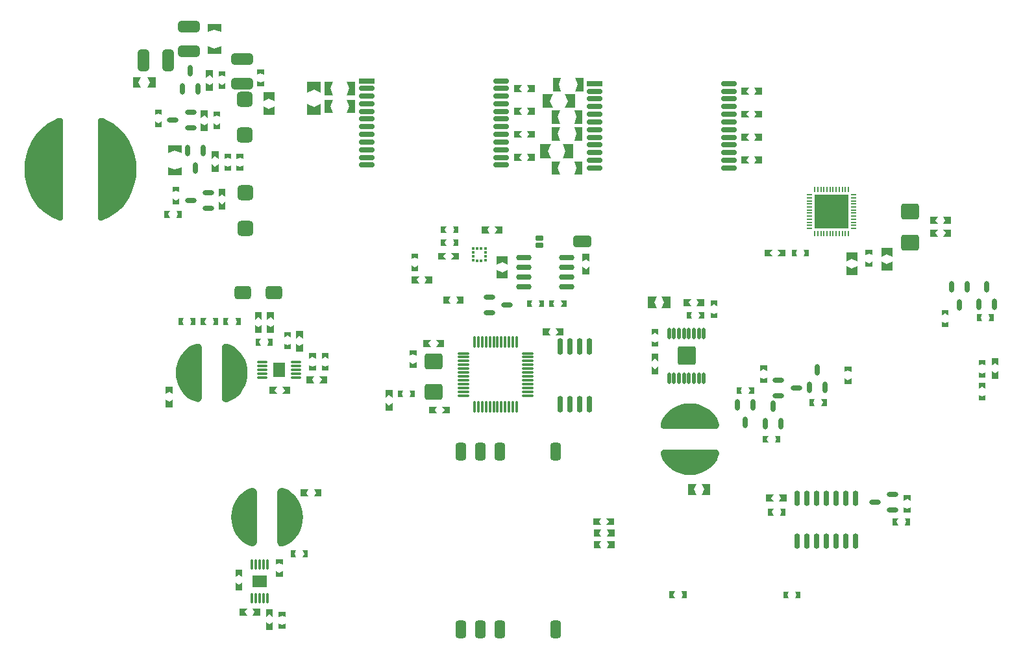
<source format=gtp>
G04*
G04 #@! TF.GenerationSoftware,Altium Limited,Altium Designer,19.1.8 (144)*
G04*
G04 Layer_Color=8421504*
%FSLAX24Y24*%
%MOIN*%
G70*
G01*
G75*
G04:AMPARAMS|DCode=20|XSize=96.5mil|YSize=90.6mil|CornerRadius=9.1mil|HoleSize=0mil|Usage=FLASHONLY|Rotation=90.000|XOffset=0mil|YOffset=0mil|HoleType=Round|Shape=RoundedRectangle|*
%AMROUNDEDRECTD20*
21,1,0.0965,0.0724,0,0,90.0*
21,1,0.0783,0.0906,0,0,90.0*
1,1,0.0181,0.0362,0.0392*
1,1,0.0181,0.0362,-0.0392*
1,1,0.0181,-0.0362,-0.0392*
1,1,0.0181,-0.0362,0.0392*
%
%ADD20ROUNDEDRECTD20*%
%ADD21O,0.0591X0.0281*%
G04:AMPARAMS|DCode=22|XSize=110.2mil|YSize=59.1mil|CornerRadius=14.8mil|HoleSize=0mil|Usage=FLASHONLY|Rotation=0.000|XOffset=0mil|YOffset=0mil|HoleType=Round|Shape=RoundedRectangle|*
%AMROUNDEDRECTD22*
21,1,0.1102,0.0295,0,0,0.0*
21,1,0.0807,0.0591,0,0,0.0*
1,1,0.0295,0.0404,-0.0148*
1,1,0.0295,-0.0404,-0.0148*
1,1,0.0295,-0.0404,0.0148*
1,1,0.0295,0.0404,0.0148*
%
%ADD22ROUNDEDRECTD22*%
%ADD23O,0.0281X0.0591*%
G04:AMPARAMS|DCode=24|XSize=110.2mil|YSize=59.1mil|CornerRadius=14.8mil|HoleSize=0mil|Usage=FLASHONLY|Rotation=270.000|XOffset=0mil|YOffset=0mil|HoleType=Round|Shape=RoundedRectangle|*
%AMROUNDEDRECTD24*
21,1,0.1102,0.0295,0,0,270.0*
21,1,0.0807,0.0591,0,0,270.0*
1,1,0.0295,-0.0148,-0.0404*
1,1,0.0295,-0.0148,0.0404*
1,1,0.0295,0.0148,0.0404*
1,1,0.0295,0.0148,-0.0404*
%
%ADD24ROUNDEDRECTD24*%
%ADD25R,0.0610X0.0728*%
%ADD26O,0.0571X0.0118*%
%ADD27R,0.0728X0.0610*%
%ADD28O,0.0118X0.0571*%
%ADD29R,0.0787X0.0252*%
G04:AMPARAMS|DCode=30|XSize=78.7mil|YSize=25.2mil|CornerRadius=6.3mil|HoleSize=0mil|Usage=FLASHONLY|Rotation=0.000|XOffset=0mil|YOffset=0mil|HoleType=Round|Shape=RoundedRectangle|*
%AMROUNDEDRECTD30*
21,1,0.0787,0.0126,0,0,0.0*
21,1,0.0661,0.0252,0,0,0.0*
1,1,0.0126,0.0331,-0.0063*
1,1,0.0126,-0.0331,-0.0063*
1,1,0.0126,-0.0331,0.0063*
1,1,0.0126,0.0331,0.0063*
%
%ADD30ROUNDEDRECTD30*%
%ADD31O,0.0295X0.0800*%
G04:AMPARAMS|DCode=32|XSize=90.6mil|YSize=55.1mil|CornerRadius=13.8mil|HoleSize=0mil|Usage=FLASHONLY|Rotation=90.000|XOffset=0mil|YOffset=0mil|HoleType=Round|Shape=RoundedRectangle|*
%AMROUNDEDRECTD32*
21,1,0.0906,0.0276,0,0,90.0*
21,1,0.0630,0.0551,0,0,90.0*
1,1,0.0276,0.0138,0.0315*
1,1,0.0276,0.0138,-0.0315*
1,1,0.0276,-0.0138,-0.0315*
1,1,0.0276,-0.0138,0.0315*
%
%ADD32ROUNDEDRECTD32*%
G04:AMPARAMS|DCode=33|XSize=82.7mil|YSize=78.7mil|CornerRadius=19.7mil|HoleSize=0mil|Usage=FLASHONLY|Rotation=180.000|XOffset=0mil|YOffset=0mil|HoleType=Round|Shape=RoundedRectangle|*
%AMROUNDEDRECTD33*
21,1,0.0827,0.0394,0,0,180.0*
21,1,0.0433,0.0787,0,0,180.0*
1,1,0.0394,-0.0217,0.0197*
1,1,0.0394,0.0217,0.0197*
1,1,0.0394,0.0217,-0.0197*
1,1,0.0394,-0.0217,-0.0197*
%
%ADD33ROUNDEDRECTD33*%
%ADD34R,0.0118X0.0157*%
%ADD35R,0.0157X0.0118*%
%ADD36O,0.0177X0.0591*%
%ADD37R,0.1732X0.1732*%
%ADD38R,0.0079X0.0276*%
%ADD39R,0.0276X0.0079*%
%ADD40O,0.0630X0.0118*%
%ADD41O,0.0118X0.0630*%
G04:AMPARAMS|DCode=42|XSize=94.5mil|YSize=59.1mil|CornerRadius=14.8mil|HoleSize=0mil|Usage=FLASHONLY|Rotation=0.000|XOffset=0mil|YOffset=0mil|HoleType=Round|Shape=RoundedRectangle|*
%AMROUNDEDRECTD42*
21,1,0.0945,0.0295,0,0,0.0*
21,1,0.0650,0.0591,0,0,0.0*
1,1,0.0295,0.0325,-0.0148*
1,1,0.0295,-0.0325,-0.0148*
1,1,0.0295,-0.0325,0.0148*
1,1,0.0295,0.0325,0.0148*
%
%ADD42ROUNDEDRECTD42*%
G04:AMPARAMS|DCode=43|XSize=43.3mil|YSize=23.6mil|CornerRadius=5.9mil|HoleSize=0mil|Usage=FLASHONLY|Rotation=0.000|XOffset=0mil|YOffset=0mil|HoleType=Round|Shape=RoundedRectangle|*
%AMROUNDEDRECTD43*
21,1,0.0433,0.0118,0,0,0.0*
21,1,0.0315,0.0236,0,0,0.0*
1,1,0.0118,0.0157,-0.0059*
1,1,0.0118,-0.0157,-0.0059*
1,1,0.0118,-0.0157,0.0059*
1,1,0.0118,0.0157,0.0059*
%
%ADD43ROUNDEDRECTD43*%
%ADD44O,0.0800X0.0295*%
%ADD45O,0.0295X0.0850*%
G04:AMPARAMS|DCode=46|XSize=90.6mil|YSize=82.7mil|CornerRadius=12.4mil|HoleSize=0mil|Usage=FLASHONLY|Rotation=0.000|XOffset=0mil|YOffset=0mil|HoleType=Round|Shape=RoundedRectangle|*
%AMROUNDEDRECTD46*
21,1,0.0906,0.0579,0,0,0.0*
21,1,0.0657,0.0827,0,0,0.0*
1,1,0.0248,0.0329,-0.0289*
1,1,0.0248,-0.0329,-0.0289*
1,1,0.0248,-0.0329,0.0289*
1,1,0.0248,0.0329,0.0289*
%
%ADD46ROUNDEDRECTD46*%
G04:AMPARAMS|DCode=47|XSize=86.6mil|YSize=68.9mil|CornerRadius=17.2mil|HoleSize=0mil|Usage=FLASHONLY|Rotation=0.000|XOffset=0mil|YOffset=0mil|HoleType=Round|Shape=RoundedRectangle|*
%AMROUNDEDRECTD47*
21,1,0.0866,0.0344,0,0,0.0*
21,1,0.0522,0.0689,0,0,0.0*
1,1,0.0344,0.0261,-0.0172*
1,1,0.0344,-0.0261,-0.0172*
1,1,0.0344,-0.0261,0.0172*
1,1,0.0344,0.0261,0.0172*
%
%ADD47ROUNDEDRECTD47*%
G36*
X15108Y36447D02*
X14764Y36565D01*
X14419Y36447D01*
Y36860D01*
X15108D01*
Y36447D01*
D02*
G37*
G36*
Y35305D02*
X14419D01*
Y35719D01*
X14764Y35600D01*
X15108Y35719D01*
Y35305D01*
D02*
G37*
G36*
X17313Y34252D02*
X17136Y34330D01*
X16959Y34252D01*
Y34527D01*
X17313D01*
Y34252D01*
D02*
G37*
G36*
X15325Y34143D02*
X15148Y34222D01*
X14970Y34143D01*
Y34419D01*
X15325D01*
Y34143D01*
D02*
G37*
G36*
X14685Y34094D02*
X14508Y34213D01*
X14331Y34094D01*
Y34488D01*
X14685D01*
Y34094D01*
D02*
G37*
G36*
X17313Y33642D02*
X16959D01*
Y33917D01*
X17136Y33839D01*
X17313Y33917D01*
Y33642D01*
D02*
G37*
G36*
X15325Y33533D02*
X14970D01*
Y33809D01*
X15148Y33730D01*
X15325Y33809D01*
Y33533D01*
D02*
G37*
G36*
X14685Y33425D02*
X14331D01*
Y33819D01*
X14508Y33701D01*
X14685Y33819D01*
Y33425D01*
D02*
G37*
G36*
X11742Y33573D02*
X11329D01*
X11457Y33848D01*
X11329Y34124D01*
X11742D01*
Y33573D01*
D02*
G37*
G36*
X10866Y33848D02*
X10994Y33573D01*
X10581D01*
Y34124D01*
X10994D01*
X10866Y33848D01*
D02*
G37*
G36*
X20226Y33327D02*
X19872Y33484D01*
X19518Y33327D01*
Y33878D01*
X20226D01*
Y33327D01*
D02*
G37*
G36*
X21978Y33199D02*
X21565D01*
X21683Y33543D01*
X21565Y33888D01*
X21978D01*
Y33199D01*
D02*
G37*
G36*
X20719Y33543D02*
X20837Y33199D01*
X20423D01*
Y33888D01*
X20837D01*
X20719Y33543D01*
D02*
G37*
G36*
X17844Y32884D02*
X17559Y33012D01*
X17274Y32884D01*
Y33337D01*
X17844D01*
Y32884D01*
D02*
G37*
G36*
X20226Y32185D02*
X19518D01*
Y32736D01*
X19872Y32579D01*
X20226Y32736D01*
Y32185D01*
D02*
G37*
G36*
X17844Y32175D02*
X17274D01*
Y32628D01*
X17559Y32500D01*
X17844Y32628D01*
Y32175D01*
D02*
G37*
G36*
X21978Y32274D02*
X21565D01*
X21683Y32618D01*
X21565Y32963D01*
X21978D01*
Y32274D01*
D02*
G37*
G36*
X20719Y32618D02*
X20837Y32274D01*
X20423D01*
Y32963D01*
X20837D01*
X20719Y32618D01*
D02*
G37*
G36*
X12067Y32175D02*
X11890Y32254D01*
X11713Y32175D01*
Y32451D01*
X12067D01*
Y32175D01*
D02*
G37*
G36*
X15069Y32077D02*
X14892Y32156D01*
X14715Y32077D01*
Y32352D01*
X15069D01*
Y32077D01*
D02*
G37*
G36*
X14419Y32028D02*
X14242Y32146D01*
X14065Y32028D01*
Y32421D01*
X14419D01*
Y32028D01*
D02*
G37*
G36*
X12067Y31565D02*
X11713D01*
Y31841D01*
X11890Y31762D01*
X12067Y31841D01*
Y31565D01*
D02*
G37*
G36*
X15069Y31467D02*
X14715D01*
Y31742D01*
X14892Y31664D01*
X15069Y31742D01*
Y31467D01*
D02*
G37*
G36*
X14419Y31358D02*
X14065D01*
Y31752D01*
X14242Y31634D01*
X14419Y31752D01*
Y31358D01*
D02*
G37*
G36*
X13071Y30217D02*
X12726Y30335D01*
X12382Y30217D01*
Y30630D01*
X13071D01*
Y30217D01*
D02*
G37*
G36*
X14970Y29921D02*
X14793Y30039D01*
X14616Y29921D01*
Y30315D01*
X14970D01*
Y29921D01*
D02*
G37*
G36*
X15630Y29921D02*
X15453Y30000D01*
X15276Y29921D01*
Y30197D01*
X15630D01*
Y29921D01*
D02*
G37*
G36*
X16250Y29921D02*
X16073Y30000D01*
X15896Y29921D01*
Y30197D01*
X16250D01*
Y29921D01*
D02*
G37*
G36*
X14970Y29252D02*
X14616D01*
Y29646D01*
X14793Y29528D01*
X14970Y29646D01*
Y29252D01*
D02*
G37*
G36*
X15630Y29311D02*
X15276D01*
Y29587D01*
X15453Y29508D01*
X15630Y29587D01*
Y29311D01*
D02*
G37*
G36*
X16250Y29311D02*
X15896D01*
Y29587D01*
X16073Y29508D01*
X16250Y29587D01*
Y29311D01*
D02*
G37*
G36*
X13071Y29075D02*
X12382D01*
Y29488D01*
X12726Y29370D01*
X13071Y29488D01*
Y29075D01*
D02*
G37*
G36*
X12963Y28208D02*
X12785Y28287D01*
X12608Y28208D01*
Y28484D01*
X12963D01*
Y28208D01*
D02*
G37*
G36*
X15325Y27982D02*
X15148Y28100D01*
X14970Y27982D01*
Y28376D01*
X15325D01*
Y27982D01*
D02*
G37*
G36*
X12963Y27598D02*
X12608D01*
Y27874D01*
X12785Y27795D01*
X12963Y27874D01*
Y27598D01*
D02*
G37*
G36*
X15325Y27313D02*
X14970D01*
Y27707D01*
X15148Y27589D01*
X15325Y27707D01*
Y27313D01*
D02*
G37*
G36*
X13080Y26900D02*
X12805D01*
X12884Y27077D01*
X12805Y27254D01*
X13080D01*
Y26900D01*
D02*
G37*
G36*
X12392Y27077D02*
X12470Y26900D01*
X12195D01*
Y27254D01*
X12470D01*
X12392Y27077D01*
D02*
G37*
G36*
X9040Y32011D02*
X9344Y31858D01*
X9558Y31737D01*
X9759Y31595D01*
X9944Y31433D01*
X10112Y31253D01*
X10260Y31057D01*
X10388Y30847D01*
X10494Y30625D01*
X10553Y30484D01*
X10631Y30272D01*
X10689Y30054D01*
X10698Y30014D01*
X10742Y29766D01*
X10764Y29516D01*
Y29264D01*
X10742Y29014D01*
X10698Y28766D01*
X10687Y28717D01*
X10631Y28508D01*
X10557Y28304D01*
X10495Y28156D01*
X10389Y27933D01*
X10260Y27723D01*
X10112Y27527D01*
X9943Y27346D01*
X9758Y27184D01*
X9557Y27042D01*
X9343Y26920D01*
X9040Y26769D01*
X8967Y26749D01*
X8892Y26760D01*
X8828Y26800D01*
X8785Y26862D01*
X8770Y26936D01*
Y31844D01*
X8785Y31918D01*
X8828Y31980D01*
X8892Y32019D01*
X8967Y32030D01*
X9040Y32011D01*
D02*
G37*
G36*
X6875Y32019D02*
X6940Y31980D01*
X6983Y31918D01*
X6998Y31844D01*
Y26936D01*
X6983Y26862D01*
X6940Y26800D01*
X6875Y26760D01*
X6801Y26749D01*
X6728Y26769D01*
X6424Y26921D01*
X6210Y27042D01*
X6009Y27184D01*
X5824Y27346D01*
X5656Y27526D01*
X5508Y27722D01*
X5380Y27932D01*
X5274Y28154D01*
X5215Y28296D01*
X5137Y28508D01*
X5079Y28726D01*
X5070Y28766D01*
X5026Y29014D01*
X5004Y29264D01*
Y29515D01*
X5026Y29766D01*
X5070Y30014D01*
X5081Y30062D01*
X5137Y30272D01*
X5211Y30475D01*
X5273Y30624D01*
X5379Y30846D01*
X5507Y31057D01*
X5656Y31253D01*
X5824Y31433D01*
X6010Y31595D01*
X6211Y31738D01*
X6425Y31859D01*
X6728Y32011D01*
X6801Y32030D01*
X6875Y32019D01*
D02*
G37*
G36*
X27283Y26102D02*
X27008D01*
X27087Y26280D01*
X27008Y26457D01*
X27283D01*
Y26102D01*
D02*
G37*
G36*
X26595Y26280D02*
X26673Y26102D01*
X26398D01*
Y26457D01*
X26673D01*
X26595Y26280D01*
D02*
G37*
G36*
X28770Y26270D02*
X28888Y26093D01*
X28494D01*
Y26447D01*
X28888D01*
X28770Y26270D01*
D02*
G37*
G36*
X27283Y25443D02*
X27008D01*
X27087Y25620D01*
X27008Y25797D01*
X27283D01*
Y25443D01*
D02*
G37*
G36*
X26595Y25620D02*
X26673Y25443D01*
X26398D01*
Y25797D01*
X26673D01*
X26595Y25620D01*
D02*
G37*
G36*
X25236Y24773D02*
X25059Y24852D01*
X24882Y24773D01*
Y25049D01*
X25236D01*
Y24773D01*
D02*
G37*
G36*
X27323Y24734D02*
X26929D01*
X27047Y24911D01*
X26929Y25089D01*
X27323D01*
Y24734D01*
D02*
G37*
G36*
X26535Y24911D02*
X26654Y24734D01*
X26260D01*
Y25089D01*
X26654D01*
X26535Y24911D01*
D02*
G37*
G36*
X25236Y24163D02*
X24882D01*
Y24439D01*
X25059Y24360D01*
X25236Y24439D01*
Y24163D01*
D02*
G37*
G36*
X25945Y23524D02*
X25551D01*
X25669Y23701D01*
X25551Y23878D01*
X25945D01*
Y23524D01*
D02*
G37*
G36*
X25157Y23701D02*
X25276Y23524D01*
X24882D01*
Y23878D01*
X25276D01*
X25157Y23701D01*
D02*
G37*
G36*
X27569Y22490D02*
X27175D01*
X27293Y22667D01*
X27175Y22844D01*
X27569D01*
Y22490D01*
D02*
G37*
G36*
X26781Y22667D02*
X26900Y22490D01*
X26506D01*
Y22844D01*
X26900D01*
X26781Y22667D01*
D02*
G37*
G36*
X17815Y21663D02*
X17638Y21781D01*
X17461Y21663D01*
Y22057D01*
X17815D01*
Y21663D01*
D02*
G37*
G36*
X17195D02*
X17018Y21781D01*
X16841Y21663D01*
Y22057D01*
X17195D01*
Y21663D01*
D02*
G37*
G36*
X16112Y21388D02*
X15837D01*
X15915Y21565D01*
X15837Y21742D01*
X16112D01*
Y21388D01*
D02*
G37*
G36*
X15423Y21565D02*
X15502Y21388D01*
X15227D01*
Y21742D01*
X15502D01*
X15423Y21565D01*
D02*
G37*
G36*
X14951Y21388D02*
X14675D01*
X14754Y21565D01*
X14675Y21742D01*
X14951D01*
Y21388D01*
D02*
G37*
G36*
X14262Y21565D02*
X14341Y21388D01*
X14065D01*
Y21742D01*
X14341D01*
X14262Y21565D01*
D02*
G37*
G36*
X13799Y21388D02*
X13524D01*
X13602Y21565D01*
X13524Y21742D01*
X13799D01*
Y21388D01*
D02*
G37*
G36*
X13110Y21565D02*
X13189Y21388D01*
X12914D01*
Y21742D01*
X13189D01*
X13110Y21565D01*
D02*
G37*
G36*
X17815Y20994D02*
X17461D01*
Y21388D01*
X17638Y21270D01*
X17815Y21388D01*
Y20994D01*
D02*
G37*
G36*
X17195D02*
X16841D01*
Y21388D01*
X17018Y21270D01*
X17195Y21388D01*
Y20994D01*
D02*
G37*
G36*
X18701Y20758D02*
X18524Y20837D01*
X18346Y20758D01*
Y21033D01*
X18701D01*
Y20758D01*
D02*
G37*
G36*
X19311Y20699D02*
X19134Y20817D01*
X18957Y20699D01*
Y21093D01*
X19311D01*
Y20699D01*
D02*
G37*
G36*
X18701Y20148D02*
X18346D01*
Y20423D01*
X18524Y20345D01*
X18701Y20423D01*
Y20148D01*
D02*
G37*
G36*
X17756Y20325D02*
X17480D01*
X17559Y20502D01*
X17480Y20679D01*
X17756D01*
Y20325D01*
D02*
G37*
G36*
X17067Y20502D02*
X17146Y20325D01*
X16870D01*
Y20679D01*
X17146D01*
X17067Y20502D01*
D02*
G37*
G36*
X19311Y20030D02*
X18957D01*
Y20423D01*
X19134Y20305D01*
X19311Y20423D01*
Y20030D01*
D02*
G37*
G36*
X26555Y20266D02*
X26161D01*
X26280Y20443D01*
X26161Y20620D01*
X26555D01*
Y20266D01*
D02*
G37*
G36*
X25768Y20443D02*
X25886Y20266D01*
X25492D01*
Y20620D01*
X25886D01*
X25768Y20443D01*
D02*
G37*
G36*
X25138Y19803D02*
X24961Y19882D01*
X24783Y19803D01*
Y20078D01*
X25138D01*
Y19803D01*
D02*
G37*
G36*
X19970Y19665D02*
X19793Y19744D01*
X19616Y19665D01*
Y19941D01*
X19970D01*
Y19665D01*
D02*
G37*
G36*
X20630Y19665D02*
X20453Y19744D01*
X20276Y19665D01*
Y19941D01*
X20630D01*
Y19665D01*
D02*
G37*
G36*
X25138Y19193D02*
X24783D01*
Y19468D01*
X24961Y19390D01*
X25138Y19468D01*
Y19193D01*
D02*
G37*
G36*
X19970Y19055D02*
X19616D01*
Y19331D01*
X19793Y19252D01*
X19970Y19331D01*
Y19055D01*
D02*
G37*
G36*
X20630Y19055D02*
X20276D01*
Y19331D01*
X20453Y19252D01*
X20630Y19331D01*
Y19055D01*
D02*
G37*
G36*
X20561Y18396D02*
X20167D01*
X20285Y18573D01*
X20167Y18750D01*
X20561D01*
Y18396D01*
D02*
G37*
G36*
X19774Y18573D02*
X19892Y18396D01*
X19498D01*
Y18750D01*
X19892D01*
X19774Y18573D01*
D02*
G37*
G36*
X18652Y17854D02*
X18258D01*
X18376Y18031D01*
X18258Y18209D01*
X18652D01*
Y17854D01*
D02*
G37*
G36*
X17864Y18031D02*
X17982Y17854D01*
X17589D01*
Y18209D01*
X17982D01*
X17864Y18031D01*
D02*
G37*
G36*
X12618Y17835D02*
X12441Y17953D01*
X12264Y17835D01*
Y18228D01*
X12618D01*
Y17835D01*
D02*
G37*
G36*
X25059Y17677D02*
X24783D01*
X24862Y17854D01*
X24783Y18032D01*
X25059D01*
Y17677D01*
D02*
G37*
G36*
X24370Y17854D02*
X24449Y17677D01*
X24173D01*
Y18032D01*
X24449D01*
X24370Y17854D01*
D02*
G37*
G36*
X23907Y17657D02*
X23730Y17776D01*
X23553Y17657D01*
Y18051D01*
X23907D01*
Y17657D01*
D02*
G37*
G36*
X12618Y17165D02*
X12264D01*
Y17559D01*
X12441Y17441D01*
X12618Y17559D01*
Y17165D01*
D02*
G37*
G36*
X13992Y20412D02*
X14051Y20368D01*
X14090Y20306D01*
X14104Y20234D01*
Y17628D01*
X14089Y17554D01*
X14049Y17490D01*
X13988Y17445D01*
X13915Y17426D01*
X13840Y17435D01*
X13710Y17475D01*
X13560Y17536D01*
X13420Y17619D01*
X13295Y17723D01*
X13290Y17727D01*
X13141Y17893D01*
X13016Y18077D01*
X12915Y18276D01*
X12843Y18486D01*
X12798Y18705D01*
X12784Y18927D01*
X12798Y19149D01*
X12843Y19368D01*
X12915Y19578D01*
X13016Y19777D01*
X13141Y19961D01*
X13290Y20127D01*
X13293Y20129D01*
X13419Y20234D01*
X13561Y20319D01*
X13714Y20380D01*
X13848Y20422D01*
X13921Y20431D01*
X13992Y20412D01*
D02*
G37*
G36*
X15412Y20420D02*
X15541Y20379D01*
X15692Y20319D01*
X15832Y20235D01*
X15957Y20131D01*
X15962Y20127D01*
X16111Y19961D01*
X16236Y19777D01*
X16337Y19578D01*
X16409Y19368D01*
X16454Y19149D01*
X16468Y18927D01*
X16454Y18705D01*
X16409Y18486D01*
X16337Y18276D01*
X16236Y18077D01*
X16111Y17893D01*
X15962Y17727D01*
X15959Y17725D01*
X15833Y17620D01*
X15691Y17536D01*
X15538Y17474D01*
X15404Y17432D01*
X15331Y17424D01*
X15260Y17443D01*
X15201Y17486D01*
X15162Y17548D01*
X15148Y17620D01*
Y20226D01*
X15163Y20300D01*
X15203Y20364D01*
X15264Y20409D01*
X15337Y20428D01*
X15412Y20420D01*
D02*
G37*
G36*
X23907Y16988D02*
X23553D01*
Y17382D01*
X23730Y17264D01*
X23907Y17382D01*
Y16988D01*
D02*
G37*
G36*
X26860Y16841D02*
X26467D01*
X26585Y17018D01*
X26467Y17195D01*
X26860D01*
Y16841D01*
D02*
G37*
G36*
X26073Y17018D02*
X26191Y16841D01*
X25797D01*
Y17195D01*
X26191D01*
X26073Y17018D01*
D02*
G37*
G36*
X20266Y12589D02*
X19872D01*
X19990Y12766D01*
X19872Y12943D01*
X20266D01*
Y12589D01*
D02*
G37*
G36*
X19478Y12766D02*
X19596Y12589D01*
X19203D01*
Y12943D01*
X19596D01*
X19478Y12766D01*
D02*
G37*
G36*
X16836Y13000D02*
X16895Y12957D01*
X16934Y12895D01*
X16948Y12823D01*
Y10217D01*
X16934Y10143D01*
X16894Y10079D01*
X16833Y10034D01*
X16760Y10015D01*
X16685Y10023D01*
X16555Y10064D01*
X16404Y10124D01*
X16264Y10208D01*
X16139Y10311D01*
X16135Y10316D01*
X15986Y10482D01*
X15860Y10666D01*
X15760Y10865D01*
X15687Y11075D01*
X15643Y11293D01*
X15628Y11516D01*
X15643Y11738D01*
X15687Y11956D01*
X15760Y12167D01*
X15860Y12366D01*
X15986Y12550D01*
X16135Y12716D01*
X16137Y12718D01*
X16264Y12823D01*
X16405Y12907D01*
X16558Y12969D01*
X16692Y13011D01*
X16765Y13019D01*
X16836Y13000D01*
D02*
G37*
G36*
X18256Y13008D02*
X18386Y12968D01*
X18537Y12907D01*
X18676Y12824D01*
X18801Y12720D01*
X18806Y12716D01*
X18955Y12550D01*
X19081Y12366D01*
X19181Y12167D01*
X19254Y11956D01*
X19298Y11738D01*
X19313Y11516D01*
X19298Y11293D01*
X19254Y11075D01*
X19181Y10865D01*
X19081Y10666D01*
X18955Y10482D01*
X18806Y10316D01*
X18804Y10314D01*
X18677Y10208D01*
X18536Y10124D01*
X18383Y10063D01*
X18249Y10021D01*
X18176Y10012D01*
X18105Y10031D01*
X18046Y10075D01*
X18007Y10137D01*
X17993Y10209D01*
Y12815D01*
X18007Y12889D01*
X18047Y12953D01*
X18108Y12998D01*
X18181Y13017D01*
X18256Y13008D01*
D02*
G37*
G36*
X19567Y9449D02*
X19291D01*
X19370Y9626D01*
X19291Y9803D01*
X19567D01*
Y9449D01*
D02*
G37*
G36*
X18878Y9626D02*
X18957Y9449D01*
X18681D01*
Y9803D01*
X18957D01*
X18878Y9626D01*
D02*
G37*
G36*
X18278Y9075D02*
X18100Y9153D01*
X17923Y9075D01*
Y9350D01*
X18278D01*
Y9075D01*
D02*
G37*
G36*
Y8465D02*
X17923D01*
Y8740D01*
X18100Y8661D01*
X18278Y8740D01*
Y8465D01*
D02*
G37*
G36*
X16201Y8435D02*
X16024Y8553D01*
X15846Y8435D01*
Y8829D01*
X16201D01*
Y8435D01*
D02*
G37*
G36*
Y7766D02*
X15846D01*
Y8159D01*
X16024Y8041D01*
X16201Y8159D01*
Y7766D01*
D02*
G37*
G36*
X17106Y6457D02*
X16713D01*
X16831Y6634D01*
X16713Y6811D01*
X17106D01*
Y6457D01*
D02*
G37*
G36*
X16319Y6634D02*
X16437Y6457D01*
X16043D01*
Y6811D01*
X16437D01*
X16319Y6634D01*
D02*
G37*
G36*
X17766Y6398D02*
X17589Y6516D01*
X17411Y6398D01*
Y6791D01*
X17766D01*
Y6398D01*
D02*
G37*
G36*
X18415Y6388D02*
X18238Y6466D01*
X18061Y6388D01*
Y6663D01*
X18415D01*
Y6388D01*
D02*
G37*
G36*
X17766Y5728D02*
X17411D01*
Y6122D01*
X17589Y6004D01*
X17766Y6122D01*
Y5728D01*
D02*
G37*
G36*
X18415Y5778D02*
X18061D01*
Y6053D01*
X18238Y5974D01*
X18415Y6053D01*
Y5778D01*
D02*
G37*
G36*
X33711Y33396D02*
X33297D01*
X33415Y33740D01*
X33297Y34085D01*
X33711D01*
Y33396D01*
D02*
G37*
G36*
X32451Y33740D02*
X32569Y33396D01*
X32156D01*
Y34085D01*
X32569D01*
X32451Y33740D01*
D02*
G37*
G36*
X31211Y33356D02*
X30817D01*
X30935Y33533D01*
X30817Y33711D01*
X31211D01*
Y33356D01*
D02*
G37*
G36*
X30423Y33533D02*
X30541Y33356D01*
X30148D01*
Y33711D01*
X30541D01*
X30423Y33533D01*
D02*
G37*
G36*
X42874Y33219D02*
X42480D01*
X42598Y33396D01*
X42480Y33573D01*
X42874D01*
Y33219D01*
D02*
G37*
G36*
X42087Y33396D02*
X42205Y33219D01*
X41811D01*
Y33573D01*
X42205D01*
X42087Y33396D01*
D02*
G37*
G36*
X33297Y32539D02*
X32746D01*
X32904Y32894D01*
X32746Y33248D01*
X33297D01*
Y32539D01*
D02*
G37*
G36*
X31998Y32894D02*
X32156Y32539D01*
X31604D01*
Y33248D01*
X32156D01*
X31998Y32894D01*
D02*
G37*
G36*
X31211Y32195D02*
X30817D01*
X30935Y32372D01*
X30817Y32549D01*
X31211D01*
Y32195D01*
D02*
G37*
G36*
X30423Y32372D02*
X30541Y32195D01*
X30148D01*
Y32549D01*
X30541D01*
X30423Y32372D01*
D02*
G37*
G36*
X42874Y32037D02*
X42480D01*
X42598Y32215D01*
X42480Y32392D01*
X42874D01*
Y32037D01*
D02*
G37*
G36*
X42087Y32215D02*
X42205Y32037D01*
X41811D01*
Y32392D01*
X42205D01*
X42087Y32215D01*
D02*
G37*
G36*
X33652Y31732D02*
X33238D01*
X33356Y32077D01*
X33238Y32421D01*
X33652D01*
Y31732D01*
D02*
G37*
G36*
X32392Y32077D02*
X32510Y31732D01*
X32096D01*
Y32421D01*
X32510D01*
X32392Y32077D01*
D02*
G37*
G36*
X31211Y31004D02*
X30817D01*
X30935Y31181D01*
X30817Y31358D01*
X31211D01*
Y31004D01*
D02*
G37*
G36*
X30423Y31181D02*
X30541Y31004D01*
X30148D01*
Y31358D01*
X30541D01*
X30423Y31181D01*
D02*
G37*
G36*
X33652Y30866D02*
X33238D01*
X33356Y31211D01*
X33238Y31555D01*
X33652D01*
Y30866D01*
D02*
G37*
G36*
X32392Y31211D02*
X32510Y30866D01*
X32096D01*
Y31555D01*
X32510D01*
X32392Y31211D01*
D02*
G37*
G36*
X42874Y30856D02*
X42480D01*
X42598Y31033D01*
X42480Y31211D01*
X42874D01*
Y30856D01*
D02*
G37*
G36*
X42087Y31033D02*
X42205Y30856D01*
X41811D01*
Y31211D01*
X42205D01*
X42087Y31033D01*
D02*
G37*
G36*
X33189Y29961D02*
X32638D01*
X32795Y30315D01*
X32638Y30669D01*
X33189D01*
Y29961D01*
D02*
G37*
G36*
X31890Y30315D02*
X32047Y29961D01*
X31496D01*
Y30669D01*
X32047D01*
X31890Y30315D01*
D02*
G37*
G36*
X31211Y29823D02*
X30817D01*
X30935Y30000D01*
X30817Y30177D01*
X31211D01*
Y29823D01*
D02*
G37*
G36*
X30423Y30000D02*
X30541Y29823D01*
X30148D01*
Y30177D01*
X30541D01*
X30423Y30000D01*
D02*
G37*
G36*
X42874Y29685D02*
X42480D01*
X42598Y29862D01*
X42480Y30039D01*
X42874D01*
Y29685D01*
D02*
G37*
G36*
X42087Y29862D02*
X42205Y29685D01*
X41811D01*
Y30039D01*
X42205D01*
X42087Y29862D01*
D02*
G37*
G36*
X33652Y29104D02*
X33238D01*
X33356Y29449D01*
X33238Y29793D01*
X33652D01*
Y29104D01*
D02*
G37*
G36*
X32392Y29449D02*
X32510Y29104D01*
X32096D01*
Y29793D01*
X32510D01*
X32392Y29449D01*
D02*
G37*
G36*
X52579Y26585D02*
X52185D01*
X52303Y26762D01*
X52185Y26939D01*
X52579D01*
Y26585D01*
D02*
G37*
G36*
X51791Y26762D02*
X51909Y26585D01*
X51516D01*
Y26939D01*
X51909D01*
X51791Y26762D01*
D02*
G37*
G36*
X29557Y26093D02*
X29163D01*
X29281Y26270D01*
X29163Y26447D01*
X29557D01*
Y26093D01*
D02*
G37*
G36*
X52589Y25925D02*
X52195D01*
X52313Y26102D01*
X52195Y26280D01*
X52589D01*
Y25925D01*
D02*
G37*
G36*
X51801Y26102D02*
X51919Y25925D01*
X51526D01*
Y26280D01*
X51919D01*
X51801Y26102D01*
D02*
G37*
G36*
X48553Y24980D02*
X48376Y25059D01*
X48199Y24980D01*
Y25256D01*
X48553D01*
Y24980D01*
D02*
G37*
G36*
X45295Y24911D02*
X45019D01*
X45098Y25089D01*
X45019Y25266D01*
X45295D01*
Y24911D01*
D02*
G37*
G36*
X44606Y25089D02*
X44685Y24911D01*
X44409D01*
Y25266D01*
X44685D01*
X44606Y25089D01*
D02*
G37*
G36*
X44085Y24911D02*
X43691D01*
X43809Y25089D01*
X43691Y25266D01*
X44085D01*
Y24911D01*
D02*
G37*
G36*
X43297Y25089D02*
X43415Y24911D01*
X43022D01*
Y25266D01*
X43415D01*
X43297Y25089D01*
D02*
G37*
G36*
X49587Y24892D02*
X49301Y25020D01*
X49016Y24892D01*
Y25344D01*
X49587D01*
Y24892D01*
D02*
G37*
G36*
X47776Y24665D02*
X47490Y24793D01*
X47205Y24665D01*
Y25118D01*
X47776D01*
Y24665D01*
D02*
G37*
G36*
X34016Y24646D02*
X33839Y24764D01*
X33661Y24646D01*
Y25039D01*
X34016D01*
Y24646D01*
D02*
G37*
G36*
X48553Y24370D02*
X48199D01*
Y24646D01*
X48376Y24567D01*
X48553Y24646D01*
Y24370D01*
D02*
G37*
G36*
X49587Y24183D02*
X49016D01*
Y24636D01*
X49301Y24508D01*
X49587Y24636D01*
Y24183D01*
D02*
G37*
G36*
X29833Y24478D02*
X29547Y24606D01*
X29262Y24478D01*
Y24931D01*
X29833D01*
Y24478D01*
D02*
G37*
G36*
X47776Y23957D02*
X47205D01*
Y24409D01*
X47490Y24281D01*
X47776Y24409D01*
Y23957D01*
D02*
G37*
G36*
X34016Y23976D02*
X33661D01*
Y24370D01*
X33839Y24252D01*
X34016Y24370D01*
Y23976D01*
D02*
G37*
G36*
X29833Y23770D02*
X29262D01*
Y24222D01*
X29547Y24094D01*
X29833Y24222D01*
Y23770D01*
D02*
G37*
G36*
X39911Y22362D02*
X39518D01*
X39636Y22539D01*
X39518Y22717D01*
X39911D01*
Y22362D01*
D02*
G37*
G36*
X39124Y22539D02*
X39242Y22362D01*
X38848D01*
Y22717D01*
X39242D01*
X39124Y22539D01*
D02*
G37*
G36*
X40600Y22362D02*
X40423Y22441D01*
X40246Y22362D01*
Y22638D01*
X40600D01*
Y22362D01*
D02*
G37*
G36*
X32844Y22313D02*
X32569D01*
X32648Y22490D01*
X32569Y22667D01*
X32844D01*
Y22313D01*
D02*
G37*
G36*
X32156Y22490D02*
X32234Y22313D01*
X31959D01*
Y22667D01*
X32234D01*
X32156Y22490D01*
D02*
G37*
G36*
X31693Y22313D02*
X31417D01*
X31496Y22490D01*
X31417Y22667D01*
X31693D01*
Y22313D01*
D02*
G37*
G36*
X31004Y22490D02*
X31083Y22313D01*
X30807D01*
Y22667D01*
X31083D01*
X31004Y22490D01*
D02*
G37*
G36*
X38179Y22264D02*
X37726D01*
X37854Y22549D01*
X37726Y22835D01*
X38179D01*
Y22264D01*
D02*
G37*
G36*
X37343Y22549D02*
X37470Y22264D01*
X37018D01*
Y22835D01*
X37470D01*
X37343Y22549D01*
D02*
G37*
G36*
X40600Y21752D02*
X40246D01*
Y22028D01*
X40423Y21949D01*
X40600Y22028D01*
Y21752D01*
D02*
G37*
G36*
X52461Y21890D02*
X52283Y21969D01*
X52106Y21890D01*
Y22165D01*
X52461D01*
Y21890D01*
D02*
G37*
G36*
X39911Y21713D02*
X39636D01*
X39715Y21890D01*
X39636Y22067D01*
X39911D01*
Y21713D01*
D02*
G37*
G36*
X39223Y21890D02*
X39301Y21713D01*
X39026D01*
Y22067D01*
X39301D01*
X39223Y21890D01*
D02*
G37*
G36*
X54793Y21585D02*
X54517D01*
X54596Y21762D01*
X54517Y21939D01*
X54793D01*
Y21585D01*
D02*
G37*
G36*
X54104Y21762D02*
X54183Y21585D01*
X53907D01*
Y21939D01*
X54183D01*
X54104Y21762D01*
D02*
G37*
G36*
X52461Y21280D02*
X52106D01*
Y21555D01*
X52283Y21477D01*
X52461Y21555D01*
Y21280D01*
D02*
G37*
G36*
X37559Y20895D02*
X37382Y20974D01*
X37205Y20895D01*
Y21171D01*
X37559D01*
Y20895D01*
D02*
G37*
G36*
X32697Y20846D02*
X32303D01*
X32421Y21024D01*
X32303Y21201D01*
X32697D01*
Y20846D01*
D02*
G37*
G36*
X31909Y21024D02*
X32028Y20846D01*
X31634D01*
Y21201D01*
X32028D01*
X31909Y21024D01*
D02*
G37*
G36*
X37559Y20285D02*
X37205D01*
Y20561D01*
X37382Y20482D01*
X37559Y20561D01*
Y20285D01*
D02*
G37*
G36*
Y19518D02*
X37382Y19636D01*
X37205Y19518D01*
Y19911D01*
X37559D01*
Y19518D01*
D02*
G37*
G36*
X55030Y19301D02*
X54852Y19419D01*
X54675Y19301D01*
Y19695D01*
X55030D01*
Y19301D01*
D02*
G37*
G36*
X54360Y19301D02*
X54183Y19380D01*
X54006Y19301D01*
Y19577D01*
X54360D01*
Y19301D01*
D02*
G37*
G36*
X37559Y18848D02*
X37205D01*
Y19242D01*
X37382Y19124D01*
X37559Y19242D01*
Y18848D01*
D02*
G37*
G36*
X43140Y19025D02*
X42963Y19104D01*
X42785Y19025D01*
Y19301D01*
X43140D01*
Y19025D01*
D02*
G37*
G36*
X47470Y18976D02*
X47293Y19055D01*
X47116Y18976D01*
Y19252D01*
X47470D01*
Y18976D01*
D02*
G37*
G36*
X55030Y18632D02*
X54675D01*
Y19026D01*
X54852Y18907D01*
X55030Y19026D01*
Y18632D01*
D02*
G37*
G36*
X54360Y18691D02*
X54006D01*
Y18967D01*
X54183Y18888D01*
X54360Y18967D01*
Y18691D01*
D02*
G37*
G36*
X43140Y18415D02*
X42785D01*
Y18691D01*
X42963Y18612D01*
X43140Y18691D01*
Y18415D01*
D02*
G37*
G36*
X47470Y18366D02*
X47116D01*
Y18642D01*
X47293Y18563D01*
X47470Y18642D01*
Y18366D01*
D02*
G37*
G36*
X54360Y18130D02*
X54183Y18209D01*
X54006Y18130D01*
Y18405D01*
X54360D01*
Y18130D01*
D02*
G37*
G36*
X42470Y17835D02*
X42195D01*
X42274Y18012D01*
X42195Y18189D01*
X42470D01*
Y17835D01*
D02*
G37*
G36*
X41782Y18012D02*
X41860Y17835D01*
X41585D01*
Y18189D01*
X41860D01*
X41782Y18012D01*
D02*
G37*
G36*
X54360Y17520D02*
X54006D01*
Y17795D01*
X54183Y17717D01*
X54360Y17795D01*
Y17520D01*
D02*
G37*
G36*
X46210Y17224D02*
X45935D01*
X46014Y17402D01*
X45935Y17579D01*
X46210D01*
Y17224D01*
D02*
G37*
G36*
X45522Y17402D02*
X45600Y17224D01*
X45325D01*
Y17579D01*
X45600D01*
X45522Y17402D01*
D02*
G37*
G36*
X39405Y17349D02*
X39624Y17305D01*
X39834Y17232D01*
X40033Y17132D01*
X40217Y17006D01*
X40383Y16857D01*
X40385Y16855D01*
X40490Y16728D01*
X40575Y16587D01*
X40636Y16434D01*
X40678Y16300D01*
X40686Y16227D01*
X40668Y16156D01*
X40624Y16097D01*
X40562Y16058D01*
X40490Y16044D01*
X37884D01*
X37810Y16058D01*
X37746Y16098D01*
X37701Y16159D01*
X37682Y16233D01*
X37691Y16308D01*
X37731Y16437D01*
X37792Y16588D01*
X37875Y16728D01*
X37979Y16853D01*
X37983Y16857D01*
X38149Y17006D01*
X38333Y17132D01*
X38532Y17232D01*
X38742Y17305D01*
X38961Y17349D01*
X39183Y17364D01*
X39405Y17349D01*
D02*
G37*
G36*
X43819Y15335D02*
X43543D01*
X43622Y15512D01*
X43543Y15689D01*
X43819D01*
Y15335D01*
D02*
G37*
G36*
X43130Y15512D02*
X43209Y15335D01*
X42933D01*
Y15689D01*
X43209D01*
X43130Y15512D01*
D02*
G37*
G36*
X40556Y14985D02*
X40620Y14945D01*
X40665Y14884D01*
X40684Y14811D01*
X40676Y14736D01*
X40635Y14606D01*
X40574Y14455D01*
X40491Y14316D01*
X40387Y14191D01*
X40383Y14186D01*
X40217Y14037D01*
X40033Y13911D01*
X39834Y13811D01*
X39624Y13738D01*
X39405Y13694D01*
X39183Y13679D01*
X38961Y13694D01*
X38742Y13738D01*
X38532Y13811D01*
X38333Y13911D01*
X38149Y14037D01*
X37983Y14186D01*
X37981Y14188D01*
X37876Y14315D01*
X37791Y14456D01*
X37730Y14609D01*
X37688Y14743D01*
X37680Y14816D01*
X37699Y14887D01*
X37742Y14946D01*
X37804Y14986D01*
X37876Y14999D01*
X40482D01*
X40556Y14985D01*
D02*
G37*
G36*
X40236Y12657D02*
X39783D01*
X39911Y12943D01*
X39783Y13228D01*
X40236D01*
Y12657D01*
D02*
G37*
G36*
X39400Y12943D02*
X39528Y12657D01*
X39075D01*
Y13228D01*
X39528D01*
X39400Y12943D01*
D02*
G37*
G36*
X50522Y12362D02*
X50344Y12441D01*
X50167Y12362D01*
Y12638D01*
X50522D01*
Y12362D01*
D02*
G37*
G36*
X44144Y12323D02*
X43750D01*
X43868Y12500D01*
X43750Y12677D01*
X44144D01*
Y12323D01*
D02*
G37*
G36*
X43356Y12500D02*
X43474Y12323D01*
X43081D01*
Y12677D01*
X43474D01*
X43356Y12500D01*
D02*
G37*
G36*
X50522Y11752D02*
X50167D01*
Y12028D01*
X50344Y11949D01*
X50522Y12028D01*
Y11752D01*
D02*
G37*
G36*
X44084Y11594D02*
X43809D01*
X43888Y11772D01*
X43809Y11949D01*
X44084D01*
Y11594D01*
D02*
G37*
G36*
X43396Y11772D02*
X43474Y11594D01*
X43199D01*
Y11949D01*
X43474D01*
X43396Y11772D01*
D02*
G37*
G36*
X35295Y11112D02*
X34902D01*
X35020Y11289D01*
X34902Y11467D01*
X35295D01*
Y11112D01*
D02*
G37*
G36*
X34508Y11289D02*
X34626Y11112D01*
X34232D01*
Y11467D01*
X34626D01*
X34508Y11289D01*
D02*
G37*
G36*
X50482Y11093D02*
X50207D01*
X50285Y11270D01*
X50207Y11447D01*
X50482D01*
Y11093D01*
D02*
G37*
G36*
X49794Y11270D02*
X49872Y11093D01*
X49597D01*
Y11447D01*
X49872D01*
X49794Y11270D01*
D02*
G37*
G36*
X35305Y10522D02*
X34911D01*
X35030Y10699D01*
X34911Y10876D01*
X35305D01*
Y10522D01*
D02*
G37*
G36*
X34518Y10699D02*
X34636Y10522D01*
X34242D01*
Y10876D01*
X34636D01*
X34518Y10699D01*
D02*
G37*
G36*
X35305Y9931D02*
X34911D01*
X35030Y10108D01*
X34911Y10285D01*
X35305D01*
Y9931D01*
D02*
G37*
G36*
X34518Y10108D02*
X34636Y9931D01*
X34242D01*
Y10285D01*
X34636D01*
X34518Y10108D01*
D02*
G37*
G36*
X39016Y7352D02*
X38740D01*
X38819Y7530D01*
X38740Y7707D01*
X39016D01*
Y7352D01*
D02*
G37*
G36*
X38327Y7530D02*
X38406Y7352D01*
X38130D01*
Y7707D01*
X38406D01*
X38327Y7530D01*
D02*
G37*
G36*
X44862Y7343D02*
X44587D01*
X44665Y7520D01*
X44587Y7697D01*
X44862D01*
Y7343D01*
D02*
G37*
G36*
X44173Y7520D02*
X44252Y7343D01*
X43977D01*
Y7697D01*
X44252D01*
X44173Y7520D01*
D02*
G37*
D20*
X39006Y19803D02*
D03*
D21*
X14454Y27382D02*
D03*
Y28182D02*
D03*
X13544Y27782D02*
D03*
X12628Y31926D02*
D03*
X13538Y31526D02*
D03*
Y32326D02*
D03*
X49601Y11880D02*
D03*
Y12680D02*
D03*
X48691Y12280D02*
D03*
X29783Y22415D02*
D03*
X28873Y22015D02*
D03*
Y22815D02*
D03*
X44645Y18163D02*
D03*
X43735Y17763D02*
D03*
Y18563D02*
D03*
D22*
X16181Y35049D02*
D03*
Y33789D02*
D03*
X13445Y35463D02*
D03*
Y36722D02*
D03*
D23*
X13396Y30354D02*
D03*
X14196D02*
D03*
X13796Y29444D02*
D03*
X13930Y33529D02*
D03*
X13130D02*
D03*
X13530Y34439D02*
D03*
X53425Y23336D02*
D03*
X52625D02*
D03*
X53025Y22426D02*
D03*
X54035Y22446D02*
D03*
X54835D02*
D03*
X54435Y23356D02*
D03*
X43461Y17214D02*
D03*
X43861Y16304D02*
D03*
X43061D02*
D03*
X42031Y16388D02*
D03*
X41631Y17298D02*
D03*
X42431D02*
D03*
X45725Y19084D02*
D03*
X46125Y18174D02*
D03*
X45325D02*
D03*
D24*
X12392Y34990D02*
D03*
X11132D02*
D03*
D25*
X18091Y19075D02*
D03*
D26*
X17224Y18681D02*
D03*
Y18878D02*
D03*
Y19075D02*
D03*
Y19272D02*
D03*
Y19468D02*
D03*
X18957D02*
D03*
Y19272D02*
D03*
Y19075D02*
D03*
Y18878D02*
D03*
Y18681D02*
D03*
D27*
X17096Y8228D02*
D03*
D28*
X16703Y9094D02*
D03*
X16900D02*
D03*
X17096D02*
D03*
X17293D02*
D03*
X17490D02*
D03*
Y7362D02*
D03*
X17293D02*
D03*
X17096D02*
D03*
X16900D02*
D03*
X16703D02*
D03*
D29*
X22589Y33933D02*
D03*
X34291Y33785D02*
D03*
D30*
X29488Y33933D02*
D03*
X22589Y33543D02*
D03*
Y33150D02*
D03*
Y32756D02*
D03*
Y32362D02*
D03*
Y30787D02*
D03*
Y31181D02*
D03*
Y31575D02*
D03*
Y31969D02*
D03*
Y29606D02*
D03*
Y30000D02*
D03*
Y30394D02*
D03*
X29478D02*
D03*
Y30000D02*
D03*
Y29606D02*
D03*
Y31969D02*
D03*
Y31575D02*
D03*
Y31181D02*
D03*
Y30787D02*
D03*
Y32362D02*
D03*
Y32756D02*
D03*
Y33150D02*
D03*
Y33543D02*
D03*
X41191Y33785D02*
D03*
X34291Y33396D02*
D03*
Y33002D02*
D03*
Y32608D02*
D03*
Y32215D02*
D03*
Y30640D02*
D03*
Y31033D02*
D03*
Y31427D02*
D03*
Y31821D02*
D03*
Y29459D02*
D03*
Y29852D02*
D03*
Y30246D02*
D03*
X41181D02*
D03*
Y29852D02*
D03*
Y29459D02*
D03*
Y31821D02*
D03*
Y31427D02*
D03*
Y31033D02*
D03*
Y30640D02*
D03*
Y32215D02*
D03*
Y32608D02*
D03*
Y33002D02*
D03*
Y33396D02*
D03*
D31*
X44701Y10295D02*
D03*
X45201D02*
D03*
X44701Y12495D02*
D03*
X45201D02*
D03*
X47701Y10295D02*
D03*
X46201D02*
D03*
X46701D02*
D03*
X47201D02*
D03*
X47701Y12495D02*
D03*
X46201D02*
D03*
X46701D02*
D03*
X47201D02*
D03*
X45701Y10295D02*
D03*
Y12495D02*
D03*
D32*
X32303Y5758D02*
D03*
X28421D02*
D03*
X29421D02*
D03*
X32303Y14892D02*
D03*
X28421D02*
D03*
X29421D02*
D03*
X27421Y5758D02*
D03*
Y14892D02*
D03*
D33*
X16319Y32972D02*
D03*
Y31161D02*
D03*
X16358Y28169D02*
D03*
Y26358D02*
D03*
D34*
X28268Y25325D02*
D03*
X28465D02*
D03*
Y24695D02*
D03*
X28268D02*
D03*
D35*
X28681Y25305D02*
D03*
Y25108D02*
D03*
Y24911D02*
D03*
Y24715D02*
D03*
X28051D02*
D03*
Y24911D02*
D03*
Y25108D02*
D03*
Y25305D02*
D03*
D36*
X38110Y20945D02*
D03*
X38366D02*
D03*
X38622D02*
D03*
X38878D02*
D03*
X39134D02*
D03*
X39390D02*
D03*
X39646D02*
D03*
X39902D02*
D03*
Y18661D02*
D03*
X39646D02*
D03*
X39390D02*
D03*
X39134D02*
D03*
X38878D02*
D03*
X38622D02*
D03*
X38366D02*
D03*
X38110D02*
D03*
D37*
X46457Y27215D02*
D03*
D38*
X47323Y28346D02*
D03*
X47165D02*
D03*
X47008D02*
D03*
X46850D02*
D03*
X46693D02*
D03*
X46535D02*
D03*
X46378D02*
D03*
X46220D02*
D03*
X46063D02*
D03*
X45906D02*
D03*
X45748D02*
D03*
X45591D02*
D03*
Y26083D02*
D03*
X45748D02*
D03*
X45906D02*
D03*
X46063D02*
D03*
X46220D02*
D03*
X46378D02*
D03*
X46535D02*
D03*
X46693D02*
D03*
X46850D02*
D03*
X47008D02*
D03*
X47165D02*
D03*
X47323D02*
D03*
D39*
X45325Y28081D02*
D03*
Y27923D02*
D03*
Y27766D02*
D03*
Y27608D02*
D03*
Y27451D02*
D03*
Y27293D02*
D03*
Y27136D02*
D03*
Y26978D02*
D03*
Y26821D02*
D03*
Y26663D02*
D03*
Y26506D02*
D03*
Y26348D02*
D03*
X47589D02*
D03*
Y26506D02*
D03*
Y26663D02*
D03*
Y26821D02*
D03*
Y26978D02*
D03*
Y27136D02*
D03*
Y27293D02*
D03*
Y27451D02*
D03*
Y27608D02*
D03*
Y27766D02*
D03*
Y27923D02*
D03*
Y28081D02*
D03*
D40*
X27549Y18750D02*
D03*
Y18947D02*
D03*
Y19144D02*
D03*
Y19341D02*
D03*
Y19537D02*
D03*
Y19734D02*
D03*
Y19931D02*
D03*
Y17766D02*
D03*
Y17963D02*
D03*
Y18159D02*
D03*
Y18356D02*
D03*
Y18553D02*
D03*
X30856Y18947D02*
D03*
Y18750D02*
D03*
Y19931D02*
D03*
Y19734D02*
D03*
Y19537D02*
D03*
Y19341D02*
D03*
Y19144D02*
D03*
Y18553D02*
D03*
Y18356D02*
D03*
Y18159D02*
D03*
Y17963D02*
D03*
Y17766D02*
D03*
D41*
X30089Y20502D02*
D03*
X30285D02*
D03*
Y17195D02*
D03*
X30089D02*
D03*
X28120Y20502D02*
D03*
X28317D02*
D03*
X28514D02*
D03*
X28711D02*
D03*
X28907D02*
D03*
X29104D02*
D03*
X29301D02*
D03*
X29498D02*
D03*
X29695D02*
D03*
X29892D02*
D03*
Y17195D02*
D03*
X29695D02*
D03*
X29498D02*
D03*
X29301D02*
D03*
X29104D02*
D03*
X28907D02*
D03*
X28711D02*
D03*
X28514D02*
D03*
X28317D02*
D03*
X28120D02*
D03*
D42*
X33652Y25669D02*
D03*
D43*
X31467Y25846D02*
D03*
Y25492D02*
D03*
D44*
X32850Y23848D02*
D03*
X30650D02*
D03*
X32850Y23348D02*
D03*
X30650D02*
D03*
X32850Y24848D02*
D03*
Y24348D02*
D03*
X30650D02*
D03*
Y24848D02*
D03*
D45*
X33506Y20273D02*
D03*
Y17323D02*
D03*
X32506Y20273D02*
D03*
X33006D02*
D03*
X34006D02*
D03*
X32506Y17323D02*
D03*
X33006D02*
D03*
X34006D02*
D03*
D46*
X26033Y19528D02*
D03*
Y17953D02*
D03*
X50492Y25630D02*
D03*
Y27205D02*
D03*
D47*
X16220Y23051D02*
D03*
X17835D02*
D03*
M02*

</source>
